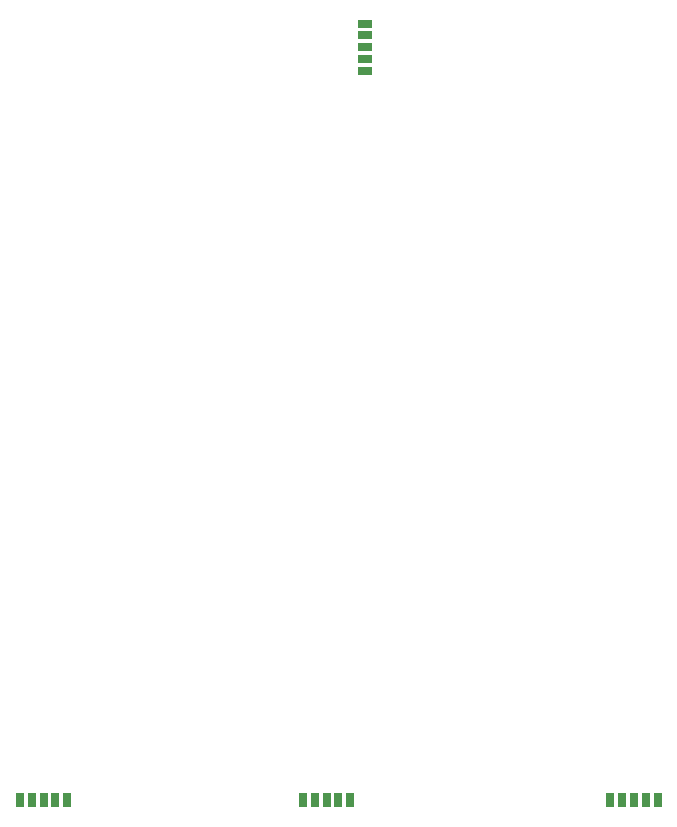
<source format=gtp>
G04 Layer_Color=8421504*
%FSLAX24Y24*%
%MOIN*%
G70*
G01*
G75*
%ADD10R,0.0250X0.0500*%
%ADD11R,0.0500X0.0250*%
D10*
X34268Y13076D02*
D03*
X33868D02*
D03*
X33488D02*
D03*
X33088D02*
D03*
X32698D02*
D03*
X44504D02*
D03*
X44104D02*
D03*
X43724D02*
D03*
X43324D02*
D03*
X42934D02*
D03*
X24819D02*
D03*
X24419D02*
D03*
X24039D02*
D03*
X23639D02*
D03*
X23249D02*
D03*
D11*
X34749Y38952D02*
D03*
Y38562D02*
D03*
Y38162D02*
D03*
Y37782D02*
D03*
Y37382D02*
D03*
M02*

</source>
